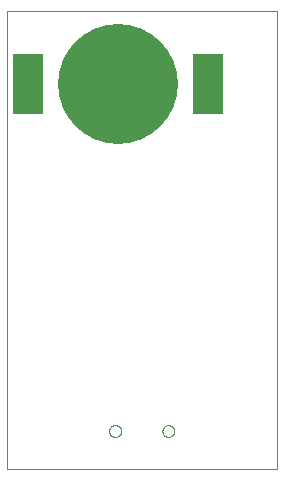
<source format=gbp>
G75*
%MOIN*%
%OFA0B0*%
%FSLAX25Y25*%
%IPPOS*%
%LPD*%
%AMOC8*
5,1,8,0,0,1.08239X$1,22.5*
%
%ADD10C,0.00000*%
%ADD11C,0.40000*%
%ADD12R,0.10000X0.20000*%
D10*
X0022622Y0058041D02*
X0022622Y0210541D01*
X0112622Y0210541D01*
X0112622Y0058041D01*
X0022622Y0058041D01*
X0056795Y0070541D02*
X0056797Y0070629D01*
X0056803Y0070717D01*
X0056813Y0070805D01*
X0056827Y0070893D01*
X0056844Y0070979D01*
X0056866Y0071065D01*
X0056891Y0071149D01*
X0056921Y0071233D01*
X0056953Y0071315D01*
X0056990Y0071395D01*
X0057030Y0071474D01*
X0057074Y0071551D01*
X0057121Y0071626D01*
X0057171Y0071698D01*
X0057225Y0071769D01*
X0057281Y0071836D01*
X0057341Y0071902D01*
X0057403Y0071964D01*
X0057469Y0072024D01*
X0057536Y0072080D01*
X0057607Y0072134D01*
X0057679Y0072184D01*
X0057754Y0072231D01*
X0057831Y0072275D01*
X0057910Y0072315D01*
X0057990Y0072352D01*
X0058072Y0072384D01*
X0058156Y0072414D01*
X0058240Y0072439D01*
X0058326Y0072461D01*
X0058412Y0072478D01*
X0058500Y0072492D01*
X0058588Y0072502D01*
X0058676Y0072508D01*
X0058764Y0072510D01*
X0058852Y0072508D01*
X0058940Y0072502D01*
X0059028Y0072492D01*
X0059116Y0072478D01*
X0059202Y0072461D01*
X0059288Y0072439D01*
X0059372Y0072414D01*
X0059456Y0072384D01*
X0059538Y0072352D01*
X0059618Y0072315D01*
X0059697Y0072275D01*
X0059774Y0072231D01*
X0059849Y0072184D01*
X0059921Y0072134D01*
X0059992Y0072080D01*
X0060059Y0072024D01*
X0060125Y0071964D01*
X0060187Y0071902D01*
X0060247Y0071836D01*
X0060303Y0071769D01*
X0060357Y0071698D01*
X0060407Y0071626D01*
X0060454Y0071551D01*
X0060498Y0071474D01*
X0060538Y0071395D01*
X0060575Y0071315D01*
X0060607Y0071233D01*
X0060637Y0071149D01*
X0060662Y0071065D01*
X0060684Y0070979D01*
X0060701Y0070893D01*
X0060715Y0070805D01*
X0060725Y0070717D01*
X0060731Y0070629D01*
X0060733Y0070541D01*
X0060731Y0070453D01*
X0060725Y0070365D01*
X0060715Y0070277D01*
X0060701Y0070189D01*
X0060684Y0070103D01*
X0060662Y0070017D01*
X0060637Y0069933D01*
X0060607Y0069849D01*
X0060575Y0069767D01*
X0060538Y0069687D01*
X0060498Y0069608D01*
X0060454Y0069531D01*
X0060407Y0069456D01*
X0060357Y0069384D01*
X0060303Y0069313D01*
X0060247Y0069246D01*
X0060187Y0069180D01*
X0060125Y0069118D01*
X0060059Y0069058D01*
X0059992Y0069002D01*
X0059921Y0068948D01*
X0059849Y0068898D01*
X0059774Y0068851D01*
X0059697Y0068807D01*
X0059618Y0068767D01*
X0059538Y0068730D01*
X0059456Y0068698D01*
X0059372Y0068668D01*
X0059288Y0068643D01*
X0059202Y0068621D01*
X0059116Y0068604D01*
X0059028Y0068590D01*
X0058940Y0068580D01*
X0058852Y0068574D01*
X0058764Y0068572D01*
X0058676Y0068574D01*
X0058588Y0068580D01*
X0058500Y0068590D01*
X0058412Y0068604D01*
X0058326Y0068621D01*
X0058240Y0068643D01*
X0058156Y0068668D01*
X0058072Y0068698D01*
X0057990Y0068730D01*
X0057910Y0068767D01*
X0057831Y0068807D01*
X0057754Y0068851D01*
X0057679Y0068898D01*
X0057607Y0068948D01*
X0057536Y0069002D01*
X0057469Y0069058D01*
X0057403Y0069118D01*
X0057341Y0069180D01*
X0057281Y0069246D01*
X0057225Y0069313D01*
X0057171Y0069384D01*
X0057121Y0069456D01*
X0057074Y0069531D01*
X0057030Y0069608D01*
X0056990Y0069687D01*
X0056953Y0069767D01*
X0056921Y0069849D01*
X0056891Y0069933D01*
X0056866Y0070017D01*
X0056844Y0070103D01*
X0056827Y0070189D01*
X0056813Y0070277D01*
X0056803Y0070365D01*
X0056797Y0070453D01*
X0056795Y0070541D01*
X0074511Y0070541D02*
X0074513Y0070629D01*
X0074519Y0070717D01*
X0074529Y0070805D01*
X0074543Y0070893D01*
X0074560Y0070979D01*
X0074582Y0071065D01*
X0074607Y0071149D01*
X0074637Y0071233D01*
X0074669Y0071315D01*
X0074706Y0071395D01*
X0074746Y0071474D01*
X0074790Y0071551D01*
X0074837Y0071626D01*
X0074887Y0071698D01*
X0074941Y0071769D01*
X0074997Y0071836D01*
X0075057Y0071902D01*
X0075119Y0071964D01*
X0075185Y0072024D01*
X0075252Y0072080D01*
X0075323Y0072134D01*
X0075395Y0072184D01*
X0075470Y0072231D01*
X0075547Y0072275D01*
X0075626Y0072315D01*
X0075706Y0072352D01*
X0075788Y0072384D01*
X0075872Y0072414D01*
X0075956Y0072439D01*
X0076042Y0072461D01*
X0076128Y0072478D01*
X0076216Y0072492D01*
X0076304Y0072502D01*
X0076392Y0072508D01*
X0076480Y0072510D01*
X0076568Y0072508D01*
X0076656Y0072502D01*
X0076744Y0072492D01*
X0076832Y0072478D01*
X0076918Y0072461D01*
X0077004Y0072439D01*
X0077088Y0072414D01*
X0077172Y0072384D01*
X0077254Y0072352D01*
X0077334Y0072315D01*
X0077413Y0072275D01*
X0077490Y0072231D01*
X0077565Y0072184D01*
X0077637Y0072134D01*
X0077708Y0072080D01*
X0077775Y0072024D01*
X0077841Y0071964D01*
X0077903Y0071902D01*
X0077963Y0071836D01*
X0078019Y0071769D01*
X0078073Y0071698D01*
X0078123Y0071626D01*
X0078170Y0071551D01*
X0078214Y0071474D01*
X0078254Y0071395D01*
X0078291Y0071315D01*
X0078323Y0071233D01*
X0078353Y0071149D01*
X0078378Y0071065D01*
X0078400Y0070979D01*
X0078417Y0070893D01*
X0078431Y0070805D01*
X0078441Y0070717D01*
X0078447Y0070629D01*
X0078449Y0070541D01*
X0078447Y0070453D01*
X0078441Y0070365D01*
X0078431Y0070277D01*
X0078417Y0070189D01*
X0078400Y0070103D01*
X0078378Y0070017D01*
X0078353Y0069933D01*
X0078323Y0069849D01*
X0078291Y0069767D01*
X0078254Y0069687D01*
X0078214Y0069608D01*
X0078170Y0069531D01*
X0078123Y0069456D01*
X0078073Y0069384D01*
X0078019Y0069313D01*
X0077963Y0069246D01*
X0077903Y0069180D01*
X0077841Y0069118D01*
X0077775Y0069058D01*
X0077708Y0069002D01*
X0077637Y0068948D01*
X0077565Y0068898D01*
X0077490Y0068851D01*
X0077413Y0068807D01*
X0077334Y0068767D01*
X0077254Y0068730D01*
X0077172Y0068698D01*
X0077088Y0068668D01*
X0077004Y0068643D01*
X0076918Y0068621D01*
X0076832Y0068604D01*
X0076744Y0068590D01*
X0076656Y0068580D01*
X0076568Y0068574D01*
X0076480Y0068572D01*
X0076392Y0068574D01*
X0076304Y0068580D01*
X0076216Y0068590D01*
X0076128Y0068604D01*
X0076042Y0068621D01*
X0075956Y0068643D01*
X0075872Y0068668D01*
X0075788Y0068698D01*
X0075706Y0068730D01*
X0075626Y0068767D01*
X0075547Y0068807D01*
X0075470Y0068851D01*
X0075395Y0068898D01*
X0075323Y0068948D01*
X0075252Y0069002D01*
X0075185Y0069058D01*
X0075119Y0069118D01*
X0075057Y0069180D01*
X0074997Y0069246D01*
X0074941Y0069313D01*
X0074887Y0069384D01*
X0074837Y0069456D01*
X0074790Y0069531D01*
X0074746Y0069608D01*
X0074706Y0069687D01*
X0074669Y0069767D01*
X0074637Y0069849D01*
X0074607Y0069933D01*
X0074582Y0070017D01*
X0074560Y0070103D01*
X0074543Y0070189D01*
X0074529Y0070277D01*
X0074519Y0070365D01*
X0074513Y0070453D01*
X0074511Y0070541D01*
D11*
X0059810Y0186166D03*
D12*
X0089810Y0186166D03*
X0029810Y0186166D03*
M02*

</source>
